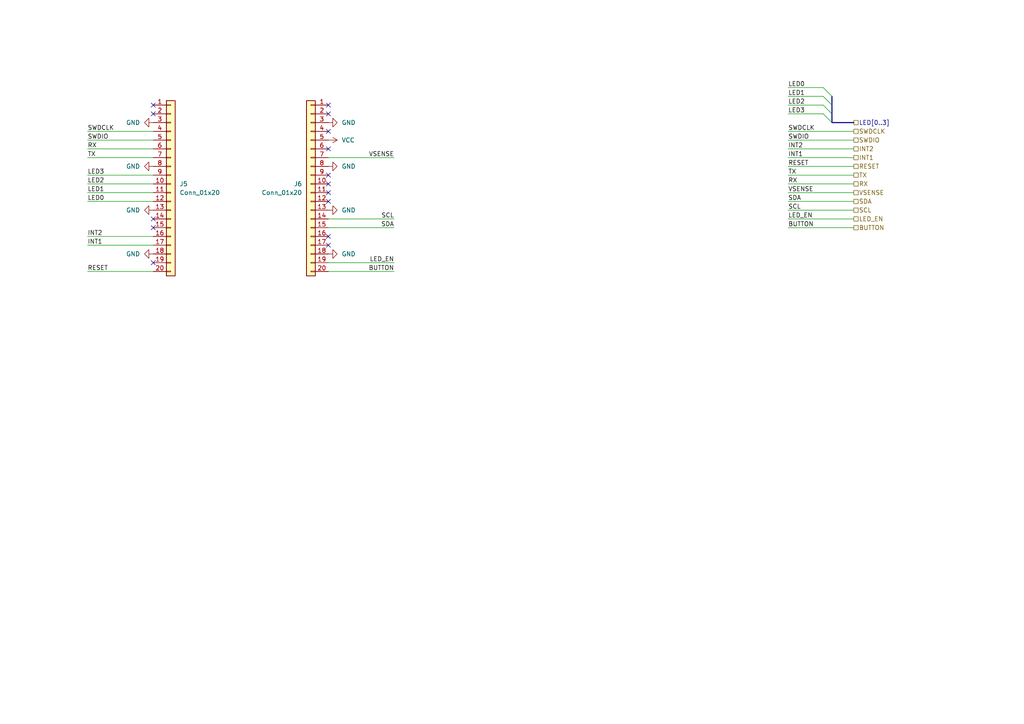
<source format=kicad_sch>
(kicad_sch (version 20230121) (generator eeschema)
  (paper "A4")
  (lib_symbols
    (symbol "Connector_Generic:Conn_01x20" (pin_names (offset 1.016) hide)
      (property "Reference" "J" (at 0 25.4 0))
      (property "Value" "Conn_01x20" (at 0 -27.94 0))
      (symbol "Conn_01x20_1_1"
        (rectangle (start -1.27 -25.273) (end 0 -25.527) (stroke (width 0.1524)))
        (rectangle (start -1.27 -22.733) (end 0 -22.987) (stroke (width 0.1524)))
        (rectangle (start -1.27 -20.193) (end 0 -20.447) (stroke (width 0.1524)))
        (rectangle (start -1.27 -17.653) (end 0 -17.907) (stroke (width 0.1524)))
        (rectangle (start -1.27 -15.113) (end 0 -15.367) (stroke (width 0.1524)))
        (rectangle (start -1.27 -12.573) (end 0 -12.827) (stroke (width 0.1524)))
        (rectangle (start -1.27 -10.033) (end 0 -10.287) (stroke (width 0.1524)))
        (rectangle (start -1.27 -7.493) (end 0 -7.747) (stroke (width 0.1524)))
        (rectangle (start -1.27 -4.953) (end 0 -5.207) (stroke (width 0.1524)))
        (rectangle (start -1.27 -2.413) (end 0 -2.667) (stroke (width 0.1524)))
        (rectangle (start -1.27 0.127) (end 0 -0.127) (stroke (width 0.1524)))
        (rectangle (start -1.27 2.667) (end 0 2.413) (stroke (width 0.1524)))
        (rectangle (start -1.27 5.207) (end 0 4.953) (stroke (width 0.1524)))
        (rectangle (start -1.27 7.747) (end 0 7.493) (stroke (width 0.1524)))
        (rectangle (start -1.27 10.287) (end 0 10.033) (stroke (width 0.1524)))
        (rectangle (start -1.27 12.827) (end 0 12.573) (stroke (width 0.1524)))
        (rectangle (start -1.27 15.367) (end 0 15.113) (stroke (width 0.1524)))
        (rectangle (start -1.27 17.907) (end 0 17.653) (stroke (width 0.1524)))
        (rectangle (start -1.27 20.447) (end 0 20.193) (stroke (width 0.1524)))
        (rectangle (start -1.27 22.987) (end 0 22.733) (stroke (width 0.1524)))
        (rectangle (start -1.27 24.13) (end 1.27 -26.67) (stroke (width 0.254)) (fill (type background)))
        (pin passive line (at -5.08 22.86 0) (length 3.81) (name "Pin_1") (number "1"))
        (pin passive line (at -5.08 0 0) (length 3.81) (name "Pin_10") (number "10"))
        (pin passive line (at -5.08 -2.54 0) (length 3.81) (name "Pin_11") (number "11"))
        (pin passive line (at -5.08 -5.08 0) (length 3.81) (name "Pin_12") (number "12"))
        (pin passive line (at -5.08 -7.62 0) (length 3.81) (name "Pin_13") (number "13"))
        (pin passive line (at -5.08 -10.16 0) (length 3.81) (name "Pin_14") (number "14"))
        (pin passive line (at -5.08 -12.7 0) (length 3.81) (name "Pin_15") (number "15"))
        (pin passive line (at -5.08 -15.24 0) (length 3.81) (name "Pin_16") (number "16"))
        (pin passive line (at -5.08 -17.78 0) (length 3.81) (name "Pin_17") (number "17"))
        (pin passive line (at -5.08 -20.32 0) (length 3.81) (name "Pin_18") (number "18"))
        (pin passive line (at -5.08 -22.86 0) (length 3.81) (name "Pin_19") (number "19"))
        (pin passive line (at -5.08 20.32 0) (length 3.81) (name "Pin_2") (number "2"))
        (pin passive line (at -5.08 -25.4 0) (length 3.81) (name "Pin_20") (number "20"))
        (pin passive line (at -5.08 17.78 0) (length 3.81) (name "Pin_3") (number "3"))
        (pin passive line (at -5.08 15.24 0) (length 3.81) (name "Pin_4") (number "4"))
        (pin passive line (at -5.08 12.7 0) (length 3.81) (name "Pin_5") (number "5"))
        (pin passive line (at -5.08 10.16 0) (length 3.81) (name "Pin_6") (number "6"))
        (pin passive line (at -5.08 7.62 0) (length 3.81) (name "Pin_7") (number "7"))
        (pin passive line (at -5.08 5.08 0) (length 3.81) (name "Pin_8") (number "8"))
        (pin passive line (at -5.08 2.54 0) (length 3.81) (name "Pin_9") (number "9"))
      )
    )
    (symbol "power:GND" (power) (pin_names (offset 0))
      (property "Value" "GND" (at 0 -3.81 0))
      (symbol "GND_0_1"
        (polyline (pts (xy 0 0) (xy 0 -1.27) (xy 1.27 -1.27) (xy 0 -2.54) (xy -1.27 -1.27) (xy 0 -1.27)))
      )
      (symbol "GND_1_1"
        (pin power_in line (at 0 0 270) (length 0) hide (name "GND") (number "1"))
      )
    )
    (symbol "power:VCC" (power) (pin_names (offset 0))
      (property "Value" "VCC" (at 0 3.81 0))
      (symbol "VCC_0_1"
        (polyline (pts (xy -0.762 1.27) (xy 0 2.54)))
        (polyline (pts (xy 0 0) (xy 0 2.54)))
        (polyline (pts (xy 0 2.54) (xy 0.762 1.27)))
      )
      (symbol "VCC_1_1"
        (pin power_in line (at 0 0 90) (length 0) hide (name "VCC") (number "1"))
      )
    )
  )
  (no_connect (at 95.25 30.48))
  (no_connect (at 44.45 33.02))
  (no_connect (at 95.25 50.8))
  (no_connect (at 95.25 38.1))
  (no_connect (at 95.25 55.88))
  (no_connect (at 44.45 66.04))
  (no_connect (at 44.45 30.48))
  (no_connect (at 44.45 63.5))
  (no_connect (at 95.25 33.02))
  (no_connect (at 95.25 53.34))
  (no_connect (at 44.45 76.2))
  (no_connect (at 95.25 68.58))
  (no_connect (at 95.25 43.18))
  (no_connect (at 95.25 71.12))
  (no_connect (at 95.25 58.42))
  (bus_entry (at 241.3 35.56) (size -2.54 -2.54))
  (bus_entry (at 241.3 27.94) (size -2.54 -2.54))
  (bus_entry (at 241.3 30.48) (size -2.54 -2.54))
  (bus_entry (at 241.3 33.02) (size -2.54 -2.54))
  (wire (pts (xy 228.6 60.96) (xy 247.65 60.96)))
  (wire (pts (xy 228.6 48.26) (xy 247.65 48.26)))
  (wire (pts (xy 228.6 30.48) (xy 238.76 30.48)))
  (bus (pts (xy 241.3 30.48) (xy 241.3 33.02)))
  (wire (pts (xy 228.6 66.04) (xy 247.65 66.04)))
  (wire (pts (xy 25.4 53.34) (xy 44.45 53.34)))
  (wire (pts (xy 228.6 27.94) (xy 238.76 27.94)))
  (wire (pts (xy 25.4 40.64) (xy 44.45 40.64)))
  (wire (pts (xy 228.6 63.5) (xy 247.65 63.5)))
  (wire (pts (xy 228.6 43.18) (xy 247.65 43.18)))
  (wire (pts (xy 25.4 45.72) (xy 44.45 45.72)))
  (wire (pts (xy 25.4 55.88) (xy 44.45 55.88)))
  (wire (pts (xy 228.6 40.64) (xy 247.65 40.64)))
  (wire (pts (xy 228.6 25.4) (xy 238.76 25.4)))
  (bus (pts (xy 247.65 35.56) (xy 241.3 35.56)))
  (wire (pts (xy 25.4 71.12) (xy 44.45 71.12)))
  (wire (pts (xy 114.3 63.5) (xy 95.25 63.5)))
  (wire (pts (xy 228.6 53.34) (xy 247.65 53.34)))
  (wire (pts (xy 228.6 38.1) (xy 247.65 38.1)))
  (wire (pts (xy 228.6 58.42) (xy 247.65 58.42)))
  (wire (pts (xy 228.6 33.02) (xy 238.76 33.02)))
  (wire (pts (xy 228.6 55.88) (xy 247.65 55.88)))
  (wire (pts (xy 25.4 50.8) (xy 44.45 50.8)))
  (wire (pts (xy 25.4 58.42) (xy 44.45 58.42)))
  (wire (pts (xy 114.3 66.04) (xy 95.25 66.04)))
  (wire (pts (xy 228.6 45.72) (xy 247.65 45.72)))
  (wire (pts (xy 114.3 76.2) (xy 95.25 76.2)))
  (wire (pts (xy 25.4 78.74) (xy 44.45 78.74)))
  (wire (pts (xy 25.4 43.18) (xy 44.45 43.18)))
  (wire (pts (xy 114.3 78.74) (xy 95.25 78.74)))
  (wire (pts (xy 228.6 50.8) (xy 247.65 50.8)))
  (wire (pts (xy 25.4 68.58) (xy 44.45 68.58)))
  (wire (pts (xy 25.4 38.1) (xy 44.45 38.1)))
  (bus (pts (xy 241.3 27.94) (xy 241.3 30.48)))
  (wire (pts (xy 114.3 45.72) (xy 95.25 45.72)))
  (bus (pts (xy 241.3 33.02) (xy 241.3 35.56)))
  (label "SWDCLK" (at 228.6 38.1 0))
  (label "LED1" (at 25.4 55.88 0))
  (label "LED3" (at 25.4 50.8 0))
  (label "SCL" (at 228.6 60.96 0))
  (label "LED3" (at 228.6 33.02 0))
  (label "LED1" (at 228.6 27.94 0))
  (label "RESET" (at 25.4 78.74 0))
  (label "BUTTON" (at 114.3 78.74 180))
  (label "SWDIO" (at 228.6 40.64 0))
  (label "LED_EN" (at 228.6 63.5 0))
  (label "RESET" (at 228.6 48.26 0))
  (label "LED0" (at 228.6 25.4 0))
  (label "RX" (at 25.4 43.18 0))
  (label "INT1" (at 228.6 45.72 0))
  (label "VSENSE" (at 228.6 55.88 0))
  (label "TX" (at 25.4 45.72 0))
  (label "INT1" (at 25.4 71.12 0))
  (label "SWDCLK" (at 25.4 38.1 0))
  (label "SWDIO" (at 25.4 40.64 0))
  (label "LED2" (at 228.6 30.48 0))
  (label "RX" (at 228.6 53.34 0))
  (label "INT2" (at 25.4 68.58 0))
  (label "SDA" (at 114.3 66.04 180))
  (label "LED0" (at 25.4 58.42 0))
  (label "SCL" (at 114.3 63.5 180))
  (label "VSENSE" (at 114.3 45.72 180))
  (label "BUTTON" (at 228.6 66.04 0))
  (label "TX" (at 228.6 50.8 0))
  (label "LED_EN" (at 114.3 76.2 180))
  (label "SDA" (at 228.6 58.42 0))
  (label "LED2" (at 25.4 53.34 0))
  (label "INT2" (at 228.6 43.18 0))
  (hierarchical_label "INT2" (shape passive) (at 247.65 43.18 0))
  (hierarchical_label "VSENSE" (shape passive) (at 247.65 55.88 0))
  (hierarchical_label "TX" (shape passive) (at 247.65 50.8 0))
  (hierarchical_label "INT1" (shape passive) (at 247.65 45.72 0))
  (hierarchical_label "SCL" (shape passive) (at 247.65 60.96 0))
  (hierarchical_label "RX" (shape passive) (at 247.65 53.34 0))
  (hierarchical_label "LED[0..3]" (shape passive) (at 247.65 35.56 0))
  (hierarchical_label "SWDIO" (shape passive) (at 247.65 40.64 0))
  (hierarchical_label "SDA" (shape passive) (at 247.65 58.42 0))
  (hierarchical_label "SWDCLK" (shape passive) (at 247.65 38.1 0))
  (hierarchical_label "RESET" (shape passive) (at 247.65 48.26 0))
  (hierarchical_label "LED_EN" (shape passive) (at 247.65 63.5 0))
  (hierarchical_label "BUTTON" (shape passive) (at 247.65 66.04 0))
  (symbol (lib_id "power:GND") (at 95.25 73.66 90) (unit 1)
    (property "Reference" "#PWR016" (effects hide))
    (property "Value" "GND" (at 99.06 73.66 90) (effects (justify right)))
  )
  (symbol (lib_id "power:GND") (at 44.45 48.26 270) (mirror x) (unit 1)
    (property "Reference" "#PWR011" (effects hide))
    (property "Value" "GND" (at 40.64 48.26 90) (effects (justify right)))
  )
  (symbol (lib_id "power:GND") (at 95.25 60.96 90) (unit 1)
    (property "Reference" "#PWR014" (effects hide))
    (property "Value" "GND" (at 99.06 60.96 90) (effects (justify right)))
  )
  (symbol (lib_id "power:GND") (at 95.25 48.26 90) (unit 1)
    (property "Reference" "#PWR012" (effects hide))
    (property "Value" "GND" (at 99.06 48.26 90) (effects (justify right)))
  )
  (symbol (lib_id "Connector_Generic:Conn_01x20") (at 49.53 53.34 0) (unit 1)
    (property "Reference" "J5" (at 52.07 53.34 0) (effects (justify left)))
    (property "Value" "Conn_01x20" (at 52.07 55.88 0) (effects (justify left)))
    (property "Footprint" "Connector_PinSocket_2.54mm:PinSocket_1x20_P2.54mm_Vertical" (effects hide))
  )
  (symbol (lib_id "power:GND") (at 44.45 73.66 270) (mirror x) (unit 1)
    (property "Reference" "#PWR015" (effects hide))
    (property "Value" "GND" (at 40.64 73.66 90) (effects (justify right)))
  )
  (symbol (lib_id "power:GND") (at 44.45 60.96 270) (mirror x) (unit 1)
    (property "Reference" "#PWR013" (effects hide))
    (property "Value" "GND" (at 40.64 60.96 90) (effects (justify right)))
  )
  (symbol (lib_id "power:GND") (at 95.25 35.56 90) (unit 1)
    (property "Reference" "#PWR06" (effects hide))
    (property "Value" "GND" (at 99.06 35.56 90) (effects (justify right)))
  )
  (symbol (lib_id "Connector_Generic:Conn_01x20") (at 90.17 53.34 0) (mirror y) (unit 1)
    (property "Reference" "J6" (at 87.63 53.34 0) (effects (justify left)))
    (property "Value" "Conn_01x20" (at 87.63 55.88 0) (effects (justify left)))
    (property "Footprint" "Connector_PinSocket_2.54mm:PinSocket_1x20_P2.54mm_Vertical" (effects hide))
  )
  (symbol (lib_id "power:GND") (at 44.45 35.56 270) (mirror x) (unit 1)
    (property "Reference" "#PWR07" (effects hide))
    (property "Value" "GND" (at 40.64 35.56 90) (effects (justify right)))
  )
  (symbol (lib_id "power:VCC") (at 95.25 40.64 270) (mirror x) (unit 1)
    (property "Reference" "#PWR01" (effects hide))
    (property "Value" "VCC" (at 99.06 40.64 90) (effects (justify left)))
    (instances (project "ControllerBoard" (path "" (reference "#PWR01") (unit 1))) (project "WordClock" (path "" (reference "#PWR01") (unit 1))) (project "ProgrammingBoard" (path "" (reference "#PWR07") (unit 1)) (path "" (reference "#PWR05") (unit 1)) (path "" (reference "#PWR017") (unit 1))))
  )
)
</source>
